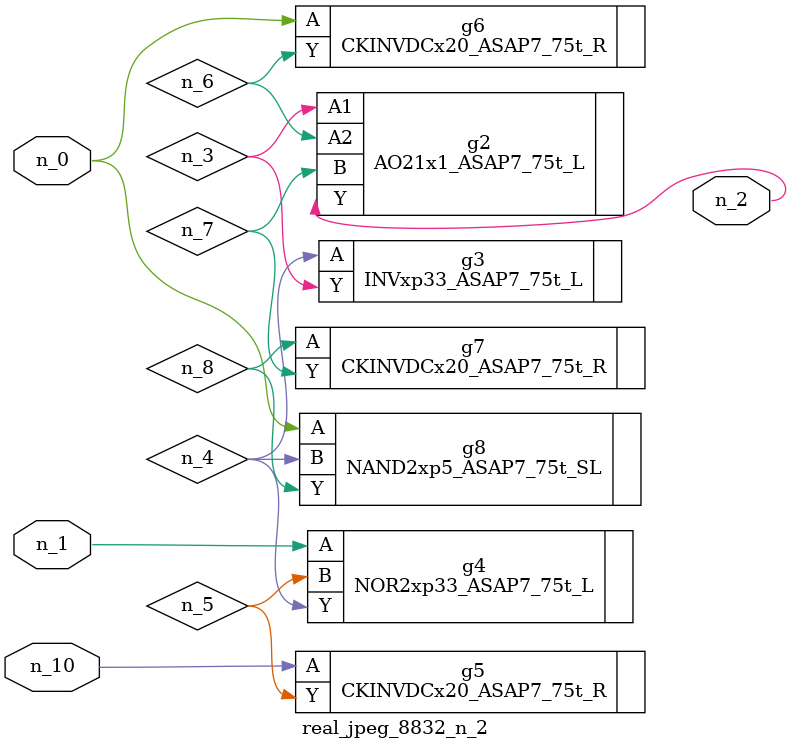
<source format=v>
module real_jpeg_8832_n_2 (n_1, n_10, n_0, n_2);

input n_1;
input n_10;
input n_0;

output n_2;

wire n_5;
wire n_4;
wire n_8;
wire n_6;
wire n_7;
wire n_3;

CKINVDCx20_ASAP7_75t_R g6 ( 
.A(n_0),
.Y(n_6)
);

NAND2xp5_ASAP7_75t_SL g8 ( 
.A(n_0),
.B(n_4),
.Y(n_8)
);

NOR2xp33_ASAP7_75t_L g4 ( 
.A(n_1),
.B(n_5),
.Y(n_4)
);

AO21x1_ASAP7_75t_L g2 ( 
.A1(n_3),
.A2(n_6),
.B(n_7),
.Y(n_2)
);

INVxp33_ASAP7_75t_L g3 ( 
.A(n_4),
.Y(n_3)
);

CKINVDCx20_ASAP7_75t_R g7 ( 
.A(n_8),
.Y(n_7)
);

CKINVDCx20_ASAP7_75t_R g5 ( 
.A(n_10),
.Y(n_5)
);


endmodule
</source>
